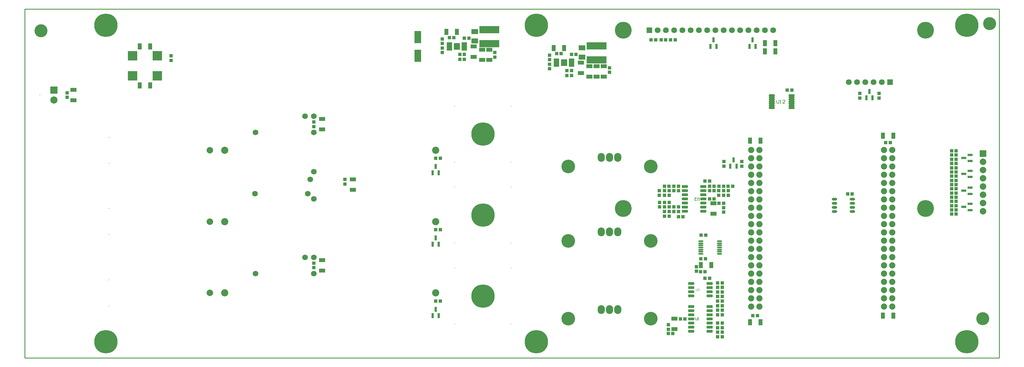
<source format=gts>
G04 Layer_Color=8388736*
%FSLAX43Y43*%
%MOMM*%
G71*
G01*
G75*
%ADD29C,0.150*%
%ADD34C,0.254*%
%ADD35C,0.178*%
%ADD36C,0.100*%
%ADD67R,2.903X2.903*%
%ADD68O,1.550X0.500*%
%ADD69R,6.203X2.203*%
%ADD70R,0.803X1.553*%
%ADD71O,1.653X0.853*%
%ADD72R,2.003X1.543*%
%ADD73R,1.003X1.103*%
G04:AMPARAMS|DCode=74|XSize=0.653mm|YSize=1.803mm|CornerRadius=0.151mm|HoleSize=0mm|Usage=FLASHONLY|Rotation=90.000|XOffset=0mm|YOffset=0mm|HoleType=Round|Shape=RoundedRectangle|*
%AMROUNDEDRECTD74*
21,1,0.653,1.501,0,0,90.0*
21,1,0.351,1.803,0,0,90.0*
1,1,0.302,0.750,0.175*
1,1,0.302,0.750,-0.175*
1,1,0.302,-0.750,-0.175*
1,1,0.302,-0.750,0.175*
%
%ADD74ROUNDEDRECTD74*%
%ADD75R,2.003X3.753*%
%ADD76C,4.000*%
G04:AMPARAMS|DCode=77|XSize=0.853mm|YSize=1.853mm|CornerRadius=0.15mm|HoleSize=0mm|Usage=FLASHONLY|Rotation=270.000|XOffset=0mm|YOffset=0mm|HoleType=Round|Shape=RoundedRectangle|*
%AMROUNDEDRECTD77*
21,1,0.853,1.552,0,0,270.0*
21,1,0.552,1.853,0,0,270.0*
1,1,0.301,-0.776,-0.276*
1,1,0.301,-0.776,0.276*
1,1,0.301,0.776,0.276*
1,1,0.301,0.776,-0.276*
%
%ADD77ROUNDEDRECTD77*%
%ADD78R,1.903X1.203*%
%ADD79R,1.203X1.903*%
G04:AMPARAMS|DCode=80|XSize=0.503mm|YSize=1.753mm|CornerRadius=0.151mm|HoleSize=0mm|Usage=FLASHONLY|Rotation=90.000|XOffset=0mm|YOffset=0mm|HoleType=Round|Shape=RoundedRectangle|*
%AMROUNDEDRECTD80*
21,1,0.503,1.451,0,0,90.0*
21,1,0.201,1.753,0,0,90.0*
1,1,0.302,0.726,0.101*
1,1,0.302,0.726,-0.101*
1,1,0.302,-0.726,-0.101*
1,1,0.302,-0.726,0.101*
%
%ADD80ROUNDEDRECTD80*%
G04:AMPARAMS|DCode=81|XSize=1.933mm|YSize=2.103mm|CornerRadius=0.153mm|HoleSize=0mm|Usage=FLASHONLY|Rotation=0.000|XOffset=0mm|YOffset=0mm|HoleType=Round|Shape=RoundedRectangle|*
%AMROUNDEDRECTD81*
21,1,1.933,1.796,0,0,0.0*
21,1,1.626,2.103,0,0,0.0*
1,1,0.307,0.813,-0.898*
1,1,0.307,-0.813,-0.898*
1,1,0.307,-0.813,0.898*
1,1,0.307,0.813,0.898*
%
%ADD81ROUNDEDRECTD81*%
%ADD82R,1.103X1.003*%
%ADD83R,1.553X0.803*%
%ADD84O,2.203X2.703*%
%ADD85C,7.203*%
%ADD86C,0.203*%
%ADD87C,1.727*%
%ADD88C,2.203*%
%ADD89C,2.003*%
%ADD90R,0.203X0.203*%
%ADD91C,1.803*%
%ADD92R,1.803X1.803*%
%ADD93C,1.903*%
%ADD94C,4.203*%
%ADD95R,2.203X2.203*%
%ADD96R,0.203X0.203*%
%ADD97R,2.003X2.003*%
%ADD98C,5.203*%
D29*
X207575Y48525D02*
Y49192D01*
X207442Y49325D01*
X207175D01*
X207042Y49192D01*
Y48525D01*
X206242Y49325D02*
X206775D01*
X206242Y48792D01*
Y48659D01*
X206375Y48525D01*
X206642D01*
X206775Y48659D01*
X206425Y12475D02*
Y11808D01*
X206558Y11675D01*
X206825D01*
X206958Y11808D01*
Y12475D01*
X207225Y11675D02*
X207491D01*
X207358D01*
Y12475D01*
X207225Y12341D01*
D34*
X0Y0D02*
Y107500D01*
X300000D01*
Y0D02*
Y107500D01*
X0Y0D02*
X300000D01*
D35*
X231476Y79508D02*
Y78661D01*
X231645Y78492D01*
X231984D01*
X232153Y78661D01*
Y79508D01*
X232492Y78492D02*
X232830D01*
X232661D01*
Y79508D01*
X232492Y79338D01*
X234015Y78492D02*
X233338D01*
X234015Y79169D01*
Y79338D01*
X233846Y79508D01*
X233507D01*
X233338Y79338D01*
D36*
X206603Y21346D02*
Y20846D01*
X206703Y20746D01*
X206903D01*
X207003Y20846D01*
Y21346D01*
X207203Y21246D02*
X207303Y21346D01*
X207503D01*
X207603Y21246D01*
Y21146D01*
X207503Y21046D01*
X207403D01*
X207503D01*
X207603Y20946D01*
Y20846D01*
X207503Y20746D01*
X207303D01*
X207203Y20846D01*
D67*
X33190Y86890D02*
D03*
X40810D02*
D03*
Y93110D02*
D03*
X33190D02*
D03*
D68*
X208125Y35950D02*
D03*
Y35300D02*
D03*
Y34650D02*
D03*
Y34000D02*
D03*
Y33350D02*
D03*
Y32700D02*
D03*
Y32050D02*
D03*
X213875Y35950D02*
D03*
Y35300D02*
D03*
Y34650D02*
D03*
Y34000D02*
D03*
Y33350D02*
D03*
Y32700D02*
D03*
Y32050D02*
D03*
D69*
X143000Y96850D02*
D03*
Y101150D02*
D03*
X176000Y91850D02*
D03*
Y96150D02*
D03*
D70*
X125550Y57025D02*
D03*
X127450D02*
D03*
X126500Y58975D02*
D03*
X259050Y80125D02*
D03*
X260950D02*
D03*
X260000Y82075D02*
D03*
X211050Y96025D02*
D03*
X212950D02*
D03*
X212000Y97975D02*
D03*
X223050Y96025D02*
D03*
X224950D02*
D03*
X224000Y97975D02*
D03*
X217180Y59095D02*
D03*
X219080D02*
D03*
X218130Y61045D02*
D03*
X125550Y13025D02*
D03*
X127450D02*
D03*
X126500Y14975D02*
D03*
X125550Y35025D02*
D03*
X127450D02*
D03*
X126500Y36975D02*
D03*
D71*
X254725Y45095D02*
D03*
Y46365D02*
D03*
Y47635D02*
D03*
Y48905D02*
D03*
X249275Y45095D02*
D03*
Y46365D02*
D03*
Y47635D02*
D03*
Y48905D02*
D03*
D72*
X138500Y100530D02*
D03*
Y97670D02*
D03*
X171500Y95530D02*
D03*
Y92670D02*
D03*
D73*
X209400Y54500D02*
D03*
X210800D02*
D03*
X215100Y47600D02*
D03*
X213700D02*
D03*
X210800Y24500D02*
D03*
X209400D02*
D03*
X285300Y44300D02*
D03*
X286700D02*
D03*
X285300Y48200D02*
D03*
X286700D02*
D03*
X285300Y49500D02*
D03*
X286700D02*
D03*
X285300Y53400D02*
D03*
X286700D02*
D03*
X285300Y54700D02*
D03*
X286700D02*
D03*
X285300Y58600D02*
D03*
X286700D02*
D03*
X285300Y59900D02*
D03*
X286700D02*
D03*
X285300Y63800D02*
D03*
X286700D02*
D03*
Y62500D02*
D03*
X285300D02*
D03*
X286700Y61200D02*
D03*
X285300D02*
D03*
X286700Y57300D02*
D03*
X285300D02*
D03*
X286700Y56000D02*
D03*
X285300D02*
D03*
X214700Y16100D02*
D03*
X213300D02*
D03*
Y13300D02*
D03*
X214700D02*
D03*
X214700Y21700D02*
D03*
X213300D02*
D03*
Y18900D02*
D03*
X214700D02*
D03*
X214700Y7900D02*
D03*
X213300D02*
D03*
Y10700D02*
D03*
X214700D02*
D03*
X203200Y12000D02*
D03*
X201800D02*
D03*
X208200Y37800D02*
D03*
X209600D02*
D03*
X196900Y52900D02*
D03*
X198300D02*
D03*
X215100D02*
D03*
X213700D02*
D03*
X208000Y26600D02*
D03*
X209400D02*
D03*
X208100Y30500D02*
D03*
X209500D02*
D03*
X210800Y49000D02*
D03*
X212200D02*
D03*
X225530Y12970D02*
D03*
X224130D02*
D03*
X265030Y66370D02*
D03*
X266430D02*
D03*
X254700Y50500D02*
D03*
X253300D02*
D03*
X168300Y93500D02*
D03*
X169700D02*
D03*
X163700Y93800D02*
D03*
X165100D02*
D03*
X135300Y98500D02*
D03*
X136700D02*
D03*
X132100Y98700D02*
D03*
X130700D02*
D03*
X192800Y98000D02*
D03*
X194200D02*
D03*
X236100Y82500D02*
D03*
X234700D02*
D03*
X198100Y7500D02*
D03*
X199500D02*
D03*
X214700Y17500D02*
D03*
X213300D02*
D03*
Y14700D02*
D03*
X214700D02*
D03*
X214700Y23100D02*
D03*
X213300D02*
D03*
Y20300D02*
D03*
X214700D02*
D03*
X214700Y6500D02*
D03*
X213300D02*
D03*
X213300Y9300D02*
D03*
X214700D02*
D03*
X199800Y45100D02*
D03*
X201200D02*
D03*
Y46500D02*
D03*
X199800D02*
D03*
X126500Y17500D02*
D03*
X127900D02*
D03*
X199800Y52900D02*
D03*
X201200D02*
D03*
Y51500D02*
D03*
X199800D02*
D03*
X126500Y39500D02*
D03*
X127900D02*
D03*
X216500Y52900D02*
D03*
X217900D02*
D03*
X212200D02*
D03*
X210800D02*
D03*
Y51500D02*
D03*
X212200D02*
D03*
X126500Y61500D02*
D03*
X127900D02*
D03*
X166900Y87000D02*
D03*
X168300D02*
D03*
Y88500D02*
D03*
X166900D02*
D03*
X133900Y92000D02*
D03*
X135300D02*
D03*
Y93500D02*
D03*
X133900D02*
D03*
X285300Y45600D02*
D03*
X286700D02*
D03*
X285300Y46900D02*
D03*
X286700D02*
D03*
X285300Y50800D02*
D03*
X286700D02*
D03*
X285300Y52100D02*
D03*
X286700D02*
D03*
X195900Y98000D02*
D03*
X197300D02*
D03*
X200200D02*
D03*
X198800D02*
D03*
X202600Y43500D02*
D03*
X201200D02*
D03*
D74*
X236050Y77050D02*
D03*
Y77700D02*
D03*
Y78350D02*
D03*
Y79000D02*
D03*
Y79650D02*
D03*
Y80300D02*
D03*
Y80950D02*
D03*
X229950Y77050D02*
D03*
Y77700D02*
D03*
Y78350D02*
D03*
Y79000D02*
D03*
Y79650D02*
D03*
Y80300D02*
D03*
Y80950D02*
D03*
D75*
X121000Y93125D02*
D03*
Y98875D02*
D03*
D76*
X294900Y12100D02*
D03*
X5000Y100800D02*
D03*
X297000Y103000D02*
D03*
D77*
X203175Y52810D02*
D03*
Y51540D02*
D03*
Y50270D02*
D03*
Y49000D02*
D03*
Y47730D02*
D03*
Y46460D02*
D03*
Y45190D02*
D03*
X208825Y52810D02*
D03*
Y51540D02*
D03*
Y50270D02*
D03*
Y49000D02*
D03*
Y47730D02*
D03*
Y46460D02*
D03*
Y45190D02*
D03*
X210825Y19095D02*
D03*
Y20365D02*
D03*
Y21635D02*
D03*
Y22905D02*
D03*
X205175Y19095D02*
D03*
Y20365D02*
D03*
Y21635D02*
D03*
Y22905D02*
D03*
X210825Y8190D02*
D03*
Y9460D02*
D03*
Y10730D02*
D03*
Y12000D02*
D03*
Y13270D02*
D03*
Y14540D02*
D03*
Y15810D02*
D03*
X205175Y8190D02*
D03*
Y9460D02*
D03*
Y10730D02*
D03*
Y12000D02*
D03*
Y13270D02*
D03*
Y14540D02*
D03*
Y15810D02*
D03*
D78*
X143000Y91800D02*
D03*
Y95000D02*
D03*
X200000Y12100D02*
D03*
Y8900D02*
D03*
X91500Y30100D02*
D03*
Y26900D02*
D03*
X101000Y51800D02*
D03*
Y55000D02*
D03*
X91500Y73600D02*
D03*
Y70400D02*
D03*
X212000Y44400D02*
D03*
Y47600D02*
D03*
X15000Y79400D02*
D03*
Y82600D02*
D03*
X173800Y86700D02*
D03*
Y89900D02*
D03*
X176000Y86700D02*
D03*
Y89900D02*
D03*
X178200Y86700D02*
D03*
Y89900D02*
D03*
X140800Y91800D02*
D03*
Y95000D02*
D03*
X171200Y87800D02*
D03*
Y91000D02*
D03*
X138200Y92800D02*
D03*
Y96000D02*
D03*
D79*
X227800Y97000D02*
D03*
X231000D02*
D03*
X211300Y28600D02*
D03*
X208100D02*
D03*
X223230Y10970D02*
D03*
X226430D02*
D03*
X267330Y68470D02*
D03*
X264130D02*
D03*
Y12970D02*
D03*
X267330D02*
D03*
X226430Y66970D02*
D03*
X223230D02*
D03*
X166000Y95500D02*
D03*
X162800D02*
D03*
X133000Y100500D02*
D03*
X129800D02*
D03*
X35400Y96000D02*
D03*
X38600D02*
D03*
X35400Y84000D02*
D03*
X38600D02*
D03*
X227800Y94500D02*
D03*
X231000D02*
D03*
D80*
X135325Y95000D02*
D03*
Y95500D02*
D03*
Y96000D02*
D03*
Y96500D02*
D03*
X130675Y95000D02*
D03*
Y95500D02*
D03*
Y96000D02*
D03*
Y96500D02*
D03*
Y97000D02*
D03*
X135325D02*
D03*
X168325Y90000D02*
D03*
Y90500D02*
D03*
Y91000D02*
D03*
Y91500D02*
D03*
X163675Y90000D02*
D03*
Y90500D02*
D03*
Y91000D02*
D03*
Y91500D02*
D03*
Y92000D02*
D03*
X168325D02*
D03*
D81*
X133000Y96000D02*
D03*
X166000Y91000D02*
D03*
D82*
X198100Y8800D02*
D03*
Y10200D02*
D03*
X198400Y45100D02*
D03*
Y43700D02*
D03*
Y47900D02*
D03*
Y46500D02*
D03*
X89000Y27800D02*
D03*
Y29200D02*
D03*
X198400Y50100D02*
D03*
Y51500D02*
D03*
X98500Y55000D02*
D03*
Y53600D02*
D03*
X213600Y50100D02*
D03*
Y51500D02*
D03*
X89000Y71300D02*
D03*
Y72700D02*
D03*
X215100Y46300D02*
D03*
Y44900D02*
D03*
X215230Y59070D02*
D03*
Y60470D02*
D03*
X220730Y59070D02*
D03*
Y60470D02*
D03*
X13000Y81700D02*
D03*
Y80300D02*
D03*
X45000Y93100D02*
D03*
Y91700D02*
D03*
X180000Y89400D02*
D03*
Y88000D02*
D03*
X161500Y90500D02*
D03*
Y89100D02*
D03*
X144700Y92700D02*
D03*
Y94100D02*
D03*
X128500Y94100D02*
D03*
Y95500D02*
D03*
X206700Y26700D02*
D03*
Y28100D02*
D03*
X196900Y45100D02*
D03*
Y43700D02*
D03*
Y47900D02*
D03*
Y46500D02*
D03*
X195300Y51500D02*
D03*
Y50100D02*
D03*
X196900D02*
D03*
Y51500D02*
D03*
X215100Y50100D02*
D03*
Y51500D02*
D03*
X161500Y91900D02*
D03*
Y93300D02*
D03*
X128500Y96900D02*
D03*
Y98300D02*
D03*
X263000Y80100D02*
D03*
Y81500D02*
D03*
X257000Y80100D02*
D03*
Y81500D02*
D03*
X195400Y46500D02*
D03*
Y47900D02*
D03*
X216600Y51500D02*
D03*
Y50100D02*
D03*
D83*
X290975Y45550D02*
D03*
Y47450D02*
D03*
X289025Y46500D02*
D03*
X290975Y50550D02*
D03*
Y52450D02*
D03*
X289025Y51500D02*
D03*
X290975Y55750D02*
D03*
Y57650D02*
D03*
X289025Y56700D02*
D03*
X290975Y60650D02*
D03*
Y62550D02*
D03*
X289025Y61600D02*
D03*
D84*
X182550Y61800D02*
D03*
X180000D02*
D03*
X177450D02*
D03*
X182550Y14900D02*
D03*
X180000D02*
D03*
X177450D02*
D03*
X182550Y38800D02*
D03*
X180000D02*
D03*
X177450D02*
D03*
D85*
X141000Y44000D02*
D03*
Y69000D02*
D03*
X157500Y5000D02*
D03*
X141000Y19000D02*
D03*
X290000Y5000D02*
D03*
Y102500D02*
D03*
X25000Y5000D02*
D03*
Y102500D02*
D03*
X157500D02*
D03*
D86*
X132350Y35350D02*
D03*
X149650Y52650D02*
D03*
Y35350D02*
D03*
X132350Y52650D02*
D03*
Y77650D02*
D03*
X149650Y60350D02*
D03*
Y77650D02*
D03*
X132350Y60350D02*
D03*
Y27650D02*
D03*
X149650Y10350D02*
D03*
Y27650D02*
D03*
X132350Y10350D02*
D03*
D87*
X86250Y74500D02*
D03*
X89000Y69500D02*
D03*
Y74500D02*
D03*
X71000Y69500D02*
D03*
X70890Y50570D02*
D03*
X89000Y57380D02*
D03*
X87120Y50570D02*
D03*
X87880Y54970D02*
D03*
X89000Y49000D02*
D03*
X71000Y26000D02*
D03*
X89000Y31000D02*
D03*
Y26000D02*
D03*
X86250Y31000D02*
D03*
D88*
X126500Y64000D02*
D03*
X61500D02*
D03*
X9000Y79500D02*
D03*
X126500Y20000D02*
D03*
X61500D02*
D03*
X126500Y42000D02*
D03*
X61500D02*
D03*
D89*
X57000Y64000D02*
D03*
X295000Y60460D02*
D03*
Y57920D02*
D03*
Y55380D02*
D03*
Y52840D02*
D03*
Y50300D02*
D03*
Y47760D02*
D03*
Y45220D02*
D03*
X57000Y20000D02*
D03*
Y42000D02*
D03*
D90*
X25925Y68000D02*
D03*
Y60000D02*
D03*
Y24000D02*
D03*
Y16000D02*
D03*
Y46000D02*
D03*
Y38000D02*
D03*
D91*
X256190Y85000D02*
D03*
X261270D02*
D03*
X263810D02*
D03*
X258730D02*
D03*
X253650D02*
D03*
X230350Y101000D02*
D03*
X225270D02*
D03*
X220190D02*
D03*
X217650D02*
D03*
X212570D02*
D03*
X207490D02*
D03*
X202410D02*
D03*
X197330D02*
D03*
X194790D02*
D03*
X199870D02*
D03*
X204950D02*
D03*
X210030D02*
D03*
X215110D02*
D03*
X222730D02*
D03*
X227810D02*
D03*
D92*
X266350Y85000D02*
D03*
X192250Y101000D02*
D03*
D93*
X264460Y64100D02*
D03*
Y61560D02*
D03*
Y59020D02*
D03*
Y56480D02*
D03*
Y53940D02*
D03*
Y51400D02*
D03*
Y48860D02*
D03*
Y46320D02*
D03*
Y43780D02*
D03*
Y41240D02*
D03*
Y38700D02*
D03*
Y36160D02*
D03*
Y33620D02*
D03*
Y31080D02*
D03*
Y28540D02*
D03*
Y26000D02*
D03*
Y23460D02*
D03*
Y20920D02*
D03*
Y18380D02*
D03*
Y15840D02*
D03*
X267000Y64100D02*
D03*
Y61560D02*
D03*
Y59020D02*
D03*
Y56480D02*
D03*
Y53940D02*
D03*
Y51400D02*
D03*
Y48860D02*
D03*
Y46320D02*
D03*
Y43780D02*
D03*
Y41240D02*
D03*
Y38700D02*
D03*
Y36160D02*
D03*
Y33620D02*
D03*
Y31080D02*
D03*
Y28540D02*
D03*
Y26000D02*
D03*
Y23460D02*
D03*
Y20920D02*
D03*
Y18380D02*
D03*
Y15840D02*
D03*
X226100D02*
D03*
Y18380D02*
D03*
Y20920D02*
D03*
Y23460D02*
D03*
Y26000D02*
D03*
Y28540D02*
D03*
Y31080D02*
D03*
Y33620D02*
D03*
Y36160D02*
D03*
Y38700D02*
D03*
Y41240D02*
D03*
Y43780D02*
D03*
Y46320D02*
D03*
Y48860D02*
D03*
Y51400D02*
D03*
Y53940D02*
D03*
Y56480D02*
D03*
Y59020D02*
D03*
Y61560D02*
D03*
Y64100D02*
D03*
X223560Y15840D02*
D03*
Y18380D02*
D03*
Y20920D02*
D03*
Y23460D02*
D03*
Y26000D02*
D03*
Y28540D02*
D03*
Y31080D02*
D03*
Y33620D02*
D03*
Y36160D02*
D03*
Y38700D02*
D03*
Y41240D02*
D03*
Y43780D02*
D03*
Y46320D02*
D03*
Y48860D02*
D03*
Y51400D02*
D03*
Y53940D02*
D03*
Y56480D02*
D03*
Y59020D02*
D03*
Y61560D02*
D03*
Y64100D02*
D03*
D94*
X192700Y12100D02*
D03*
X167300D02*
D03*
X192700Y59000D02*
D03*
X167300D02*
D03*
X192700Y36000D02*
D03*
X167300D02*
D03*
D95*
X9000Y82500D02*
D03*
D96*
X4680Y81000D02*
D03*
D97*
X295000Y63000D02*
D03*
D98*
X277270Y46000D02*
D03*
X184250Y101000D02*
D03*
X277250D02*
D03*
X184250Y46000D02*
D03*
M02*

</source>
